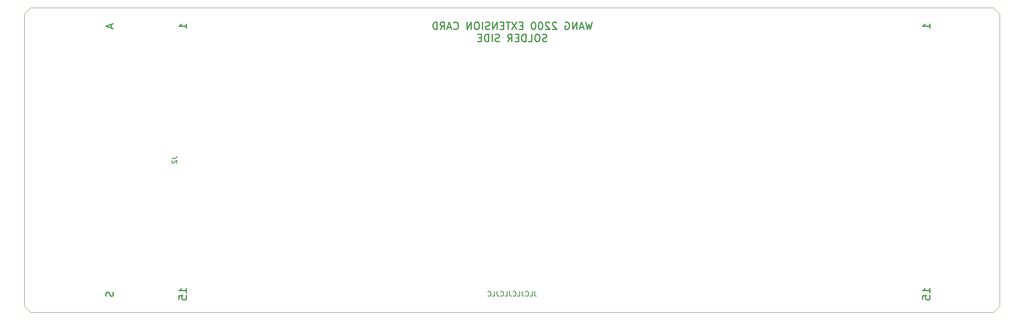
<source format=gbr>
%TF.GenerationSoftware,KiCad,Pcbnew,(5.1.9)-1*%
%TF.CreationDate,2021-03-18T23:59:30+01:00*%
%TF.ProjectId,extensioncard,65787465-6e73-4696-9f6e-636172642e6b,rev?*%
%TF.SameCoordinates,Original*%
%TF.FileFunction,Legend,Bot*%
%TF.FilePolarity,Positive*%
%FSLAX46Y46*%
G04 Gerber Fmt 4.6, Leading zero omitted, Abs format (unit mm)*
G04 Created by KiCad (PCBNEW (5.1.9)-1) date 2021-03-18 23:59:30*
%MOMM*%
%LPD*%
G01*
G04 APERTURE LIST*
%ADD10C,0.152400*%
%ADD11C,0.228600*%
%TA.AperFunction,Profile*%
%ADD12C,0.050000*%
%TD*%
%ADD13C,0.150000*%
G04 APERTURE END LIST*
D10*
X144392952Y-128983619D02*
X144392952Y-129709333D01*
X144441333Y-129854476D01*
X144538095Y-129951238D01*
X144683238Y-129999619D01*
X144780000Y-129999619D01*
X143425333Y-129999619D02*
X143909142Y-129999619D01*
X143909142Y-128983619D01*
X142506095Y-129902857D02*
X142554476Y-129951238D01*
X142699619Y-129999619D01*
X142796380Y-129999619D01*
X142941523Y-129951238D01*
X143038285Y-129854476D01*
X143086666Y-129757714D01*
X143135047Y-129564190D01*
X143135047Y-129419047D01*
X143086666Y-129225523D01*
X143038285Y-129128761D01*
X142941523Y-129032000D01*
X142796380Y-128983619D01*
X142699619Y-128983619D01*
X142554476Y-129032000D01*
X142506095Y-129080380D01*
X141780380Y-128983619D02*
X141780380Y-129709333D01*
X141828761Y-129854476D01*
X141925523Y-129951238D01*
X142070666Y-129999619D01*
X142167428Y-129999619D01*
X140812761Y-129999619D02*
X141296571Y-129999619D01*
X141296571Y-128983619D01*
X139893523Y-129902857D02*
X139941904Y-129951238D01*
X140087047Y-129999619D01*
X140183809Y-129999619D01*
X140328952Y-129951238D01*
X140425714Y-129854476D01*
X140474095Y-129757714D01*
X140522476Y-129564190D01*
X140522476Y-129419047D01*
X140474095Y-129225523D01*
X140425714Y-129128761D01*
X140328952Y-129032000D01*
X140183809Y-128983619D01*
X140087047Y-128983619D01*
X139941904Y-129032000D01*
X139893523Y-129080380D01*
X139167809Y-128983619D02*
X139167809Y-129709333D01*
X139216190Y-129854476D01*
X139312952Y-129951238D01*
X139458095Y-129999619D01*
X139554857Y-129999619D01*
X138200190Y-129999619D02*
X138684000Y-129999619D01*
X138684000Y-128983619D01*
X137280952Y-129902857D02*
X137329333Y-129951238D01*
X137474476Y-129999619D01*
X137571238Y-129999619D01*
X137716380Y-129951238D01*
X137813142Y-129854476D01*
X137861523Y-129757714D01*
X137909904Y-129564190D01*
X137909904Y-129419047D01*
X137861523Y-129225523D01*
X137813142Y-129128761D01*
X137716380Y-129032000D01*
X137571238Y-128983619D01*
X137474476Y-128983619D01*
X137329333Y-129032000D01*
X137280952Y-129080380D01*
X136555238Y-128983619D02*
X136555238Y-129709333D01*
X136603619Y-129854476D01*
X136700380Y-129951238D01*
X136845523Y-129999619D01*
X136942285Y-129999619D01*
X135587619Y-129999619D02*
X136071428Y-129999619D01*
X136071428Y-128983619D01*
X134668380Y-129902857D02*
X134716761Y-129951238D01*
X134861904Y-129999619D01*
X134958666Y-129999619D01*
X135103809Y-129951238D01*
X135200571Y-129854476D01*
X135248952Y-129757714D01*
X135297333Y-129564190D01*
X135297333Y-129419047D01*
X135248952Y-129225523D01*
X135200571Y-129128761D01*
X135103809Y-129032000D01*
X134958666Y-128983619D01*
X134861904Y-128983619D01*
X134716761Y-129032000D01*
X134668380Y-129080380D01*
D11*
X146884571Y-76816857D02*
X146666857Y-76889428D01*
X146304000Y-76889428D01*
X146158857Y-76816857D01*
X146086285Y-76744285D01*
X146013714Y-76599142D01*
X146013714Y-76454000D01*
X146086285Y-76308857D01*
X146158857Y-76236285D01*
X146304000Y-76163714D01*
X146594285Y-76091142D01*
X146739428Y-76018571D01*
X146812000Y-75946000D01*
X146884571Y-75800857D01*
X146884571Y-75655714D01*
X146812000Y-75510571D01*
X146739428Y-75438000D01*
X146594285Y-75365428D01*
X146231428Y-75365428D01*
X146013714Y-75438000D01*
X145070285Y-75365428D02*
X144780000Y-75365428D01*
X144634857Y-75438000D01*
X144489714Y-75583142D01*
X144417142Y-75873428D01*
X144417142Y-76381428D01*
X144489714Y-76671714D01*
X144634857Y-76816857D01*
X144780000Y-76889428D01*
X145070285Y-76889428D01*
X145215428Y-76816857D01*
X145360571Y-76671714D01*
X145433142Y-76381428D01*
X145433142Y-75873428D01*
X145360571Y-75583142D01*
X145215428Y-75438000D01*
X145070285Y-75365428D01*
X143038285Y-76889428D02*
X143764000Y-76889428D01*
X143764000Y-75365428D01*
X142530285Y-76889428D02*
X142530285Y-75365428D01*
X142167428Y-75365428D01*
X141949714Y-75438000D01*
X141804571Y-75583142D01*
X141732000Y-75728285D01*
X141659428Y-76018571D01*
X141659428Y-76236285D01*
X141732000Y-76526571D01*
X141804571Y-76671714D01*
X141949714Y-76816857D01*
X142167428Y-76889428D01*
X142530285Y-76889428D01*
X141006285Y-76091142D02*
X140498285Y-76091142D01*
X140280571Y-76889428D02*
X141006285Y-76889428D01*
X141006285Y-75365428D01*
X140280571Y-75365428D01*
X138756571Y-76889428D02*
X139264571Y-76163714D01*
X139627428Y-76889428D02*
X139627428Y-75365428D01*
X139046857Y-75365428D01*
X138901714Y-75438000D01*
X138829142Y-75510571D01*
X138756571Y-75655714D01*
X138756571Y-75873428D01*
X138829142Y-76018571D01*
X138901714Y-76091142D01*
X139046857Y-76163714D01*
X139627428Y-76163714D01*
X137014857Y-76816857D02*
X136797142Y-76889428D01*
X136434285Y-76889428D01*
X136289142Y-76816857D01*
X136216571Y-76744285D01*
X136144000Y-76599142D01*
X136144000Y-76454000D01*
X136216571Y-76308857D01*
X136289142Y-76236285D01*
X136434285Y-76163714D01*
X136724571Y-76091142D01*
X136869714Y-76018571D01*
X136942285Y-75946000D01*
X137014857Y-75800857D01*
X137014857Y-75655714D01*
X136942285Y-75510571D01*
X136869714Y-75438000D01*
X136724571Y-75365428D01*
X136361714Y-75365428D01*
X136144000Y-75438000D01*
X135490857Y-76889428D02*
X135490857Y-75365428D01*
X134765142Y-76889428D02*
X134765142Y-75365428D01*
X134402285Y-75365428D01*
X134184571Y-75438000D01*
X134039428Y-75583142D01*
X133966857Y-75728285D01*
X133894285Y-76018571D01*
X133894285Y-76236285D01*
X133966857Y-76526571D01*
X134039428Y-76671714D01*
X134184571Y-76816857D01*
X134402285Y-76889428D01*
X134765142Y-76889428D01*
X133241142Y-76091142D02*
X132733142Y-76091142D01*
X132515428Y-76889428D02*
X133241142Y-76889428D01*
X133241142Y-75365428D01*
X132515428Y-75365428D01*
X156318857Y-72825428D02*
X155956000Y-74349428D01*
X155665714Y-73260857D01*
X155375428Y-74349428D01*
X155012571Y-72825428D01*
X154504571Y-73914000D02*
X153778857Y-73914000D01*
X154649714Y-74349428D02*
X154141714Y-72825428D01*
X153633714Y-74349428D01*
X153125714Y-74349428D02*
X153125714Y-72825428D01*
X152254857Y-74349428D01*
X152254857Y-72825428D01*
X150730857Y-72898000D02*
X150876000Y-72825428D01*
X151093714Y-72825428D01*
X151311428Y-72898000D01*
X151456571Y-73043142D01*
X151529142Y-73188285D01*
X151601714Y-73478571D01*
X151601714Y-73696285D01*
X151529142Y-73986571D01*
X151456571Y-74131714D01*
X151311428Y-74276857D01*
X151093714Y-74349428D01*
X150948571Y-74349428D01*
X150730857Y-74276857D01*
X150658285Y-74204285D01*
X150658285Y-73696285D01*
X150948571Y-73696285D01*
X148916571Y-72970571D02*
X148844000Y-72898000D01*
X148698857Y-72825428D01*
X148336000Y-72825428D01*
X148190857Y-72898000D01*
X148118285Y-72970571D01*
X148045714Y-73115714D01*
X148045714Y-73260857D01*
X148118285Y-73478571D01*
X148989142Y-74349428D01*
X148045714Y-74349428D01*
X147465142Y-72970571D02*
X147392571Y-72898000D01*
X147247428Y-72825428D01*
X146884571Y-72825428D01*
X146739428Y-72898000D01*
X146666857Y-72970571D01*
X146594285Y-73115714D01*
X146594285Y-73260857D01*
X146666857Y-73478571D01*
X147537714Y-74349428D01*
X146594285Y-74349428D01*
X145650857Y-72825428D02*
X145505714Y-72825428D01*
X145360571Y-72898000D01*
X145288000Y-72970571D01*
X145215428Y-73115714D01*
X145142857Y-73406000D01*
X145142857Y-73768857D01*
X145215428Y-74059142D01*
X145288000Y-74204285D01*
X145360571Y-74276857D01*
X145505714Y-74349428D01*
X145650857Y-74349428D01*
X145796000Y-74276857D01*
X145868571Y-74204285D01*
X145941142Y-74059142D01*
X146013714Y-73768857D01*
X146013714Y-73406000D01*
X145941142Y-73115714D01*
X145868571Y-72970571D01*
X145796000Y-72898000D01*
X145650857Y-72825428D01*
X144199428Y-72825428D02*
X144054285Y-72825428D01*
X143909142Y-72898000D01*
X143836571Y-72970571D01*
X143764000Y-73115714D01*
X143691428Y-73406000D01*
X143691428Y-73768857D01*
X143764000Y-74059142D01*
X143836571Y-74204285D01*
X143909142Y-74276857D01*
X144054285Y-74349428D01*
X144199428Y-74349428D01*
X144344571Y-74276857D01*
X144417142Y-74204285D01*
X144489714Y-74059142D01*
X144562285Y-73768857D01*
X144562285Y-73406000D01*
X144489714Y-73115714D01*
X144417142Y-72970571D01*
X144344571Y-72898000D01*
X144199428Y-72825428D01*
X141877142Y-73551142D02*
X141369142Y-73551142D01*
X141151428Y-74349428D02*
X141877142Y-74349428D01*
X141877142Y-72825428D01*
X141151428Y-72825428D01*
X140643428Y-72825428D02*
X139627428Y-74349428D01*
X139627428Y-72825428D02*
X140643428Y-74349428D01*
X139264571Y-72825428D02*
X138393714Y-72825428D01*
X138829142Y-74349428D02*
X138829142Y-72825428D01*
X137885714Y-73551142D02*
X137377714Y-73551142D01*
X137160000Y-74349428D02*
X137885714Y-74349428D01*
X137885714Y-72825428D01*
X137160000Y-72825428D01*
X136506857Y-74349428D02*
X136506857Y-72825428D01*
X135636000Y-74349428D01*
X135636000Y-72825428D01*
X134982857Y-74276857D02*
X134765142Y-74349428D01*
X134402285Y-74349428D01*
X134257142Y-74276857D01*
X134184571Y-74204285D01*
X134112000Y-74059142D01*
X134112000Y-73914000D01*
X134184571Y-73768857D01*
X134257142Y-73696285D01*
X134402285Y-73623714D01*
X134692571Y-73551142D01*
X134837714Y-73478571D01*
X134910285Y-73406000D01*
X134982857Y-73260857D01*
X134982857Y-73115714D01*
X134910285Y-72970571D01*
X134837714Y-72898000D01*
X134692571Y-72825428D01*
X134329714Y-72825428D01*
X134112000Y-72898000D01*
X133458857Y-74349428D02*
X133458857Y-72825428D01*
X132442857Y-72825428D02*
X132152571Y-72825428D01*
X132007428Y-72898000D01*
X131862285Y-73043142D01*
X131789714Y-73333428D01*
X131789714Y-73841428D01*
X131862285Y-74131714D01*
X132007428Y-74276857D01*
X132152571Y-74349428D01*
X132442857Y-74349428D01*
X132588000Y-74276857D01*
X132733142Y-74131714D01*
X132805714Y-73841428D01*
X132805714Y-73333428D01*
X132733142Y-73043142D01*
X132588000Y-72898000D01*
X132442857Y-72825428D01*
X131136571Y-74349428D02*
X131136571Y-72825428D01*
X130265714Y-74349428D01*
X130265714Y-72825428D01*
X127508000Y-74204285D02*
X127580571Y-74276857D01*
X127798285Y-74349428D01*
X127943428Y-74349428D01*
X128161142Y-74276857D01*
X128306285Y-74131714D01*
X128378857Y-73986571D01*
X128451428Y-73696285D01*
X128451428Y-73478571D01*
X128378857Y-73188285D01*
X128306285Y-73043142D01*
X128161142Y-72898000D01*
X127943428Y-72825428D01*
X127798285Y-72825428D01*
X127580571Y-72898000D01*
X127508000Y-72970571D01*
X126927428Y-73914000D02*
X126201714Y-73914000D01*
X127072571Y-74349428D02*
X126564571Y-72825428D01*
X126056571Y-74349428D01*
X124677714Y-74349428D02*
X125185714Y-73623714D01*
X125548571Y-74349428D02*
X125548571Y-72825428D01*
X124968000Y-72825428D01*
X124822857Y-72898000D01*
X124750285Y-72970571D01*
X124677714Y-73115714D01*
X124677714Y-73333428D01*
X124750285Y-73478571D01*
X124822857Y-73551142D01*
X124968000Y-73623714D01*
X125548571Y-73623714D01*
X124024571Y-74349428D02*
X124024571Y-72825428D01*
X123661714Y-72825428D01*
X123444000Y-72898000D01*
X123298857Y-73043142D01*
X123226285Y-73188285D01*
X123153714Y-73478571D01*
X123153714Y-73696285D01*
X123226285Y-73986571D01*
X123298857Y-74131714D01*
X123444000Y-74276857D01*
X123661714Y-74349428D01*
X124024571Y-74349428D01*
X226749428Y-129249714D02*
X226749428Y-128378857D01*
X226749428Y-128814285D02*
X225225428Y-128814285D01*
X225443142Y-128669142D01*
X225588285Y-128524000D01*
X225660857Y-128378857D01*
X225225428Y-130628571D02*
X225225428Y-129902857D01*
X225951142Y-129830285D01*
X225878571Y-129902857D01*
X225806000Y-130048000D01*
X225806000Y-130410857D01*
X225878571Y-130556000D01*
X225951142Y-130628571D01*
X226096285Y-130701142D01*
X226459142Y-130701142D01*
X226604285Y-130628571D01*
X226676857Y-130556000D01*
X226749428Y-130410857D01*
X226749428Y-130048000D01*
X226676857Y-129902857D01*
X226604285Y-129830285D01*
X226749428Y-74095428D02*
X226749428Y-73224571D01*
X226749428Y-73660000D02*
X225225428Y-73660000D01*
X225443142Y-73514857D01*
X225588285Y-73369714D01*
X225660857Y-73224571D01*
X56496857Y-129104571D02*
X56569428Y-129322285D01*
X56569428Y-129685142D01*
X56496857Y-129830285D01*
X56424285Y-129902857D01*
X56279142Y-129975428D01*
X56134000Y-129975428D01*
X55988857Y-129902857D01*
X55916285Y-129830285D01*
X55843714Y-129685142D01*
X55771142Y-129394857D01*
X55698571Y-129249714D01*
X55626000Y-129177142D01*
X55480857Y-129104571D01*
X55335714Y-129104571D01*
X55190571Y-129177142D01*
X55118000Y-129249714D01*
X55045428Y-129394857D01*
X55045428Y-129757714D01*
X55118000Y-129975428D01*
X71809428Y-129249714D02*
X71809428Y-128378857D01*
X71809428Y-128814285D02*
X70285428Y-128814285D01*
X70503142Y-128669142D01*
X70648285Y-128524000D01*
X70720857Y-128378857D01*
X70285428Y-130628571D02*
X70285428Y-129902857D01*
X71011142Y-129830285D01*
X70938571Y-129902857D01*
X70866000Y-130048000D01*
X70866000Y-130410857D01*
X70938571Y-130556000D01*
X71011142Y-130628571D01*
X71156285Y-130701142D01*
X71519142Y-130701142D01*
X71664285Y-130628571D01*
X71736857Y-130556000D01*
X71809428Y-130410857D01*
X71809428Y-130048000D01*
X71736857Y-129902857D01*
X71664285Y-129830285D01*
X71809428Y-74095428D02*
X71809428Y-73224571D01*
X71809428Y-73660000D02*
X70285428Y-73660000D01*
X70503142Y-73514857D01*
X70648285Y-73369714D01*
X70720857Y-73224571D01*
X56134000Y-73297142D02*
X56134000Y-74022857D01*
X56569428Y-73152000D02*
X55045428Y-73660000D01*
X56569428Y-74168000D01*
D12*
X241300000Y-71120000D02*
X241300000Y-132080000D01*
X240030000Y-69850000D02*
X241300000Y-71120000D01*
X39370000Y-69850000D02*
X240030000Y-69850000D01*
X38100000Y-71120000D02*
X39370000Y-69850000D01*
X38100000Y-132080000D02*
X38100000Y-71120000D01*
X39370000Y-133350000D02*
X38100000Y-132080000D01*
X240030000Y-133350000D02*
X39370000Y-133350000D01*
X241300000Y-132080000D02*
X240030000Y-133350000D01*
%TO.C,J2*%
D13*
X68802380Y-101266666D02*
X69516666Y-101266666D01*
X69659523Y-101219047D01*
X69754761Y-101123809D01*
X69802380Y-100980952D01*
X69802380Y-100885714D01*
X68897619Y-101695238D02*
X68850000Y-101742857D01*
X68802380Y-101838095D01*
X68802380Y-102076190D01*
X68850000Y-102171428D01*
X68897619Y-102219047D01*
X68992857Y-102266666D01*
X69088095Y-102266666D01*
X69230952Y-102219047D01*
X69802380Y-101647619D01*
X69802380Y-102266666D01*
%TD*%
M02*

</source>
